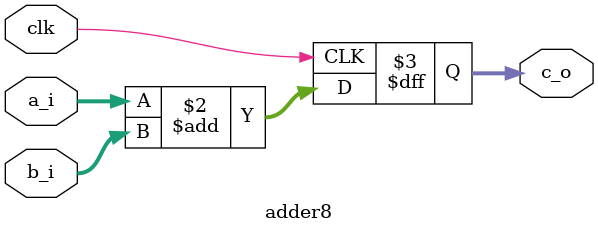
<source format=v>
module adder8 (
    input clk,
    input [7:0] a_i,
    input [7:0] b_i,
    output reg [8:0] c_o
);
  always @(posedge clk) begin
    c_o <= a_i + b_i;
  end
endmodule

</source>
